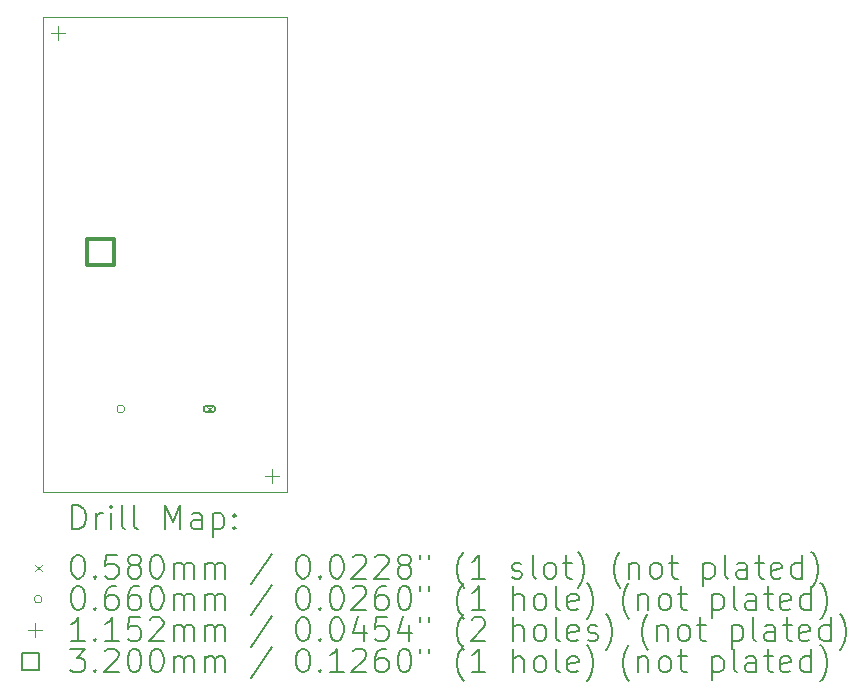
<source format=gbr>
%TF.GenerationSoftware,KiCad,Pcbnew,(6.0.9)*%
%TF.CreationDate,2022-12-23T14:19:24+01:00*%
%TF.ProjectId,Gigaset-Debug-Adapter,47696761-7365-4742-9d44-656275672d41,rev?*%
%TF.SameCoordinates,Original*%
%TF.FileFunction,Drillmap*%
%TF.FilePolarity,Positive*%
%FSLAX45Y45*%
G04 Gerber Fmt 4.5, Leading zero omitted, Abs format (unit mm)*
G04 Created by KiCad (PCBNEW (6.0.9)) date 2022-12-23 14:19:24*
%MOMM*%
%LPD*%
G01*
G04 APERTURE LIST*
%ADD10C,0.100000*%
%ADD11C,0.200000*%
%ADD12C,0.058000*%
%ADD13C,0.066000*%
%ADD14C,0.115200*%
%ADD15C,0.320000*%
G04 APERTURE END LIST*
D10*
X7068000Y-4225000D02*
X9140000Y-4225000D01*
X9140000Y-4225000D02*
X9140000Y-8245000D01*
X9140000Y-8245000D02*
X7068000Y-8245000D01*
X7068000Y-8245000D02*
X7068000Y-4225000D01*
D11*
D12*
X8451000Y-7514966D02*
X8509000Y-7572966D01*
X8509000Y-7514966D02*
X8451000Y-7572966D01*
D11*
X8459000Y-7572966D02*
X8501000Y-7572966D01*
X8459000Y-7514966D02*
X8501000Y-7514966D01*
X8501000Y-7572966D02*
G75*
G03*
X8501000Y-7514966I0J29000D01*
G01*
X8459000Y-7514966D02*
G75*
G03*
X8459000Y-7572966I0J-29000D01*
G01*
D13*
X7763000Y-7543966D02*
G75*
G03*
X7763000Y-7543966I-33000J0D01*
G01*
D14*
X7200000Y-4302400D02*
X7200000Y-4417600D01*
X7142400Y-4360000D02*
X7257600Y-4360000D01*
X9010000Y-8052400D02*
X9010000Y-8167600D01*
X8952400Y-8110000D02*
X9067600Y-8110000D01*
D15*
X7672460Y-6328138D02*
X7672460Y-6101862D01*
X7446183Y-6101862D01*
X7446183Y-6328138D01*
X7672460Y-6328138D01*
D11*
X7320619Y-8560476D02*
X7320619Y-8360476D01*
X7368238Y-8360476D01*
X7396809Y-8370000D01*
X7415857Y-8389048D01*
X7425381Y-8408095D01*
X7434905Y-8446190D01*
X7434905Y-8474762D01*
X7425381Y-8512857D01*
X7415857Y-8531905D01*
X7396809Y-8550952D01*
X7368238Y-8560476D01*
X7320619Y-8560476D01*
X7520619Y-8560476D02*
X7520619Y-8427143D01*
X7520619Y-8465238D02*
X7530143Y-8446190D01*
X7539667Y-8436667D01*
X7558714Y-8427143D01*
X7577762Y-8427143D01*
X7644428Y-8560476D02*
X7644428Y-8427143D01*
X7644428Y-8360476D02*
X7634905Y-8370000D01*
X7644428Y-8379524D01*
X7653952Y-8370000D01*
X7644428Y-8360476D01*
X7644428Y-8379524D01*
X7768238Y-8560476D02*
X7749190Y-8550952D01*
X7739667Y-8531905D01*
X7739667Y-8360476D01*
X7873000Y-8560476D02*
X7853952Y-8550952D01*
X7844428Y-8531905D01*
X7844428Y-8360476D01*
X8101571Y-8560476D02*
X8101571Y-8360476D01*
X8168238Y-8503333D01*
X8234905Y-8360476D01*
X8234905Y-8560476D01*
X8415857Y-8560476D02*
X8415857Y-8455714D01*
X8406333Y-8436667D01*
X8387286Y-8427143D01*
X8349190Y-8427143D01*
X8330143Y-8436667D01*
X8415857Y-8550952D02*
X8396810Y-8560476D01*
X8349190Y-8560476D01*
X8330143Y-8550952D01*
X8320619Y-8531905D01*
X8320619Y-8512857D01*
X8330143Y-8493810D01*
X8349190Y-8484286D01*
X8396810Y-8484286D01*
X8415857Y-8474762D01*
X8511095Y-8427143D02*
X8511095Y-8627143D01*
X8511095Y-8436667D02*
X8530143Y-8427143D01*
X8568238Y-8427143D01*
X8587286Y-8436667D01*
X8596810Y-8446190D01*
X8606333Y-8465238D01*
X8606333Y-8522381D01*
X8596810Y-8541429D01*
X8587286Y-8550952D01*
X8568238Y-8560476D01*
X8530143Y-8560476D01*
X8511095Y-8550952D01*
X8692048Y-8541429D02*
X8701571Y-8550952D01*
X8692048Y-8560476D01*
X8682524Y-8550952D01*
X8692048Y-8541429D01*
X8692048Y-8560476D01*
X8692048Y-8436667D02*
X8701571Y-8446190D01*
X8692048Y-8455714D01*
X8682524Y-8446190D01*
X8692048Y-8436667D01*
X8692048Y-8455714D01*
D12*
X7005000Y-8861000D02*
X7063000Y-8919000D01*
X7063000Y-8861000D02*
X7005000Y-8919000D01*
D11*
X7358714Y-8780476D02*
X7377762Y-8780476D01*
X7396809Y-8790000D01*
X7406333Y-8799524D01*
X7415857Y-8818571D01*
X7425381Y-8856667D01*
X7425381Y-8904286D01*
X7415857Y-8942381D01*
X7406333Y-8961429D01*
X7396809Y-8970952D01*
X7377762Y-8980476D01*
X7358714Y-8980476D01*
X7339667Y-8970952D01*
X7330143Y-8961429D01*
X7320619Y-8942381D01*
X7311095Y-8904286D01*
X7311095Y-8856667D01*
X7320619Y-8818571D01*
X7330143Y-8799524D01*
X7339667Y-8790000D01*
X7358714Y-8780476D01*
X7511095Y-8961429D02*
X7520619Y-8970952D01*
X7511095Y-8980476D01*
X7501571Y-8970952D01*
X7511095Y-8961429D01*
X7511095Y-8980476D01*
X7701571Y-8780476D02*
X7606333Y-8780476D01*
X7596809Y-8875714D01*
X7606333Y-8866190D01*
X7625381Y-8856667D01*
X7673000Y-8856667D01*
X7692048Y-8866190D01*
X7701571Y-8875714D01*
X7711095Y-8894762D01*
X7711095Y-8942381D01*
X7701571Y-8961429D01*
X7692048Y-8970952D01*
X7673000Y-8980476D01*
X7625381Y-8980476D01*
X7606333Y-8970952D01*
X7596809Y-8961429D01*
X7825381Y-8866190D02*
X7806333Y-8856667D01*
X7796809Y-8847143D01*
X7787286Y-8828095D01*
X7787286Y-8818571D01*
X7796809Y-8799524D01*
X7806333Y-8790000D01*
X7825381Y-8780476D01*
X7863476Y-8780476D01*
X7882524Y-8790000D01*
X7892048Y-8799524D01*
X7901571Y-8818571D01*
X7901571Y-8828095D01*
X7892048Y-8847143D01*
X7882524Y-8856667D01*
X7863476Y-8866190D01*
X7825381Y-8866190D01*
X7806333Y-8875714D01*
X7796809Y-8885238D01*
X7787286Y-8904286D01*
X7787286Y-8942381D01*
X7796809Y-8961429D01*
X7806333Y-8970952D01*
X7825381Y-8980476D01*
X7863476Y-8980476D01*
X7882524Y-8970952D01*
X7892048Y-8961429D01*
X7901571Y-8942381D01*
X7901571Y-8904286D01*
X7892048Y-8885238D01*
X7882524Y-8875714D01*
X7863476Y-8866190D01*
X8025381Y-8780476D02*
X8044428Y-8780476D01*
X8063476Y-8790000D01*
X8073000Y-8799524D01*
X8082524Y-8818571D01*
X8092048Y-8856667D01*
X8092048Y-8904286D01*
X8082524Y-8942381D01*
X8073000Y-8961429D01*
X8063476Y-8970952D01*
X8044428Y-8980476D01*
X8025381Y-8980476D01*
X8006333Y-8970952D01*
X7996809Y-8961429D01*
X7987286Y-8942381D01*
X7977762Y-8904286D01*
X7977762Y-8856667D01*
X7987286Y-8818571D01*
X7996809Y-8799524D01*
X8006333Y-8790000D01*
X8025381Y-8780476D01*
X8177762Y-8980476D02*
X8177762Y-8847143D01*
X8177762Y-8866190D02*
X8187286Y-8856667D01*
X8206333Y-8847143D01*
X8234905Y-8847143D01*
X8253952Y-8856667D01*
X8263476Y-8875714D01*
X8263476Y-8980476D01*
X8263476Y-8875714D02*
X8273000Y-8856667D01*
X8292048Y-8847143D01*
X8320619Y-8847143D01*
X8339667Y-8856667D01*
X8349190Y-8875714D01*
X8349190Y-8980476D01*
X8444429Y-8980476D02*
X8444429Y-8847143D01*
X8444429Y-8866190D02*
X8453952Y-8856667D01*
X8473000Y-8847143D01*
X8501571Y-8847143D01*
X8520619Y-8856667D01*
X8530143Y-8875714D01*
X8530143Y-8980476D01*
X8530143Y-8875714D02*
X8539667Y-8856667D01*
X8558714Y-8847143D01*
X8587286Y-8847143D01*
X8606333Y-8856667D01*
X8615857Y-8875714D01*
X8615857Y-8980476D01*
X9006333Y-8770952D02*
X8834905Y-9028095D01*
X9263476Y-8780476D02*
X9282524Y-8780476D01*
X9301571Y-8790000D01*
X9311095Y-8799524D01*
X9320619Y-8818571D01*
X9330143Y-8856667D01*
X9330143Y-8904286D01*
X9320619Y-8942381D01*
X9311095Y-8961429D01*
X9301571Y-8970952D01*
X9282524Y-8980476D01*
X9263476Y-8980476D01*
X9244429Y-8970952D01*
X9234905Y-8961429D01*
X9225381Y-8942381D01*
X9215857Y-8904286D01*
X9215857Y-8856667D01*
X9225381Y-8818571D01*
X9234905Y-8799524D01*
X9244429Y-8790000D01*
X9263476Y-8780476D01*
X9415857Y-8961429D02*
X9425381Y-8970952D01*
X9415857Y-8980476D01*
X9406333Y-8970952D01*
X9415857Y-8961429D01*
X9415857Y-8980476D01*
X9549190Y-8780476D02*
X9568238Y-8780476D01*
X9587286Y-8790000D01*
X9596810Y-8799524D01*
X9606333Y-8818571D01*
X9615857Y-8856667D01*
X9615857Y-8904286D01*
X9606333Y-8942381D01*
X9596810Y-8961429D01*
X9587286Y-8970952D01*
X9568238Y-8980476D01*
X9549190Y-8980476D01*
X9530143Y-8970952D01*
X9520619Y-8961429D01*
X9511095Y-8942381D01*
X9501571Y-8904286D01*
X9501571Y-8856667D01*
X9511095Y-8818571D01*
X9520619Y-8799524D01*
X9530143Y-8790000D01*
X9549190Y-8780476D01*
X9692048Y-8799524D02*
X9701571Y-8790000D01*
X9720619Y-8780476D01*
X9768238Y-8780476D01*
X9787286Y-8790000D01*
X9796810Y-8799524D01*
X9806333Y-8818571D01*
X9806333Y-8837619D01*
X9796810Y-8866190D01*
X9682524Y-8980476D01*
X9806333Y-8980476D01*
X9882524Y-8799524D02*
X9892048Y-8790000D01*
X9911095Y-8780476D01*
X9958714Y-8780476D01*
X9977762Y-8790000D01*
X9987286Y-8799524D01*
X9996810Y-8818571D01*
X9996810Y-8837619D01*
X9987286Y-8866190D01*
X9873000Y-8980476D01*
X9996810Y-8980476D01*
X10111095Y-8866190D02*
X10092048Y-8856667D01*
X10082524Y-8847143D01*
X10073000Y-8828095D01*
X10073000Y-8818571D01*
X10082524Y-8799524D01*
X10092048Y-8790000D01*
X10111095Y-8780476D01*
X10149190Y-8780476D01*
X10168238Y-8790000D01*
X10177762Y-8799524D01*
X10187286Y-8818571D01*
X10187286Y-8828095D01*
X10177762Y-8847143D01*
X10168238Y-8856667D01*
X10149190Y-8866190D01*
X10111095Y-8866190D01*
X10092048Y-8875714D01*
X10082524Y-8885238D01*
X10073000Y-8904286D01*
X10073000Y-8942381D01*
X10082524Y-8961429D01*
X10092048Y-8970952D01*
X10111095Y-8980476D01*
X10149190Y-8980476D01*
X10168238Y-8970952D01*
X10177762Y-8961429D01*
X10187286Y-8942381D01*
X10187286Y-8904286D01*
X10177762Y-8885238D01*
X10168238Y-8875714D01*
X10149190Y-8866190D01*
X10263476Y-8780476D02*
X10263476Y-8818571D01*
X10339667Y-8780476D02*
X10339667Y-8818571D01*
X10634905Y-9056667D02*
X10625381Y-9047143D01*
X10606333Y-9018571D01*
X10596810Y-8999524D01*
X10587286Y-8970952D01*
X10577762Y-8923333D01*
X10577762Y-8885238D01*
X10587286Y-8837619D01*
X10596810Y-8809048D01*
X10606333Y-8790000D01*
X10625381Y-8761429D01*
X10634905Y-8751905D01*
X10815857Y-8980476D02*
X10701571Y-8980476D01*
X10758714Y-8980476D02*
X10758714Y-8780476D01*
X10739667Y-8809048D01*
X10720619Y-8828095D01*
X10701571Y-8837619D01*
X11044429Y-8970952D02*
X11063476Y-8980476D01*
X11101571Y-8980476D01*
X11120619Y-8970952D01*
X11130143Y-8951905D01*
X11130143Y-8942381D01*
X11120619Y-8923333D01*
X11101571Y-8913810D01*
X11073000Y-8913810D01*
X11053952Y-8904286D01*
X11044429Y-8885238D01*
X11044429Y-8875714D01*
X11053952Y-8856667D01*
X11073000Y-8847143D01*
X11101571Y-8847143D01*
X11120619Y-8856667D01*
X11244428Y-8980476D02*
X11225381Y-8970952D01*
X11215857Y-8951905D01*
X11215857Y-8780476D01*
X11349190Y-8980476D02*
X11330143Y-8970952D01*
X11320619Y-8961429D01*
X11311095Y-8942381D01*
X11311095Y-8885238D01*
X11320619Y-8866190D01*
X11330143Y-8856667D01*
X11349190Y-8847143D01*
X11377762Y-8847143D01*
X11396809Y-8856667D01*
X11406333Y-8866190D01*
X11415857Y-8885238D01*
X11415857Y-8942381D01*
X11406333Y-8961429D01*
X11396809Y-8970952D01*
X11377762Y-8980476D01*
X11349190Y-8980476D01*
X11473000Y-8847143D02*
X11549190Y-8847143D01*
X11501571Y-8780476D02*
X11501571Y-8951905D01*
X11511095Y-8970952D01*
X11530143Y-8980476D01*
X11549190Y-8980476D01*
X11596809Y-9056667D02*
X11606333Y-9047143D01*
X11625381Y-9018571D01*
X11634905Y-8999524D01*
X11644428Y-8970952D01*
X11653952Y-8923333D01*
X11653952Y-8885238D01*
X11644428Y-8837619D01*
X11634905Y-8809048D01*
X11625381Y-8790000D01*
X11606333Y-8761429D01*
X11596809Y-8751905D01*
X11958714Y-9056667D02*
X11949190Y-9047143D01*
X11930143Y-9018571D01*
X11920619Y-8999524D01*
X11911095Y-8970952D01*
X11901571Y-8923333D01*
X11901571Y-8885238D01*
X11911095Y-8837619D01*
X11920619Y-8809048D01*
X11930143Y-8790000D01*
X11949190Y-8761429D01*
X11958714Y-8751905D01*
X12034905Y-8847143D02*
X12034905Y-8980476D01*
X12034905Y-8866190D02*
X12044428Y-8856667D01*
X12063476Y-8847143D01*
X12092048Y-8847143D01*
X12111095Y-8856667D01*
X12120619Y-8875714D01*
X12120619Y-8980476D01*
X12244428Y-8980476D02*
X12225381Y-8970952D01*
X12215857Y-8961429D01*
X12206333Y-8942381D01*
X12206333Y-8885238D01*
X12215857Y-8866190D01*
X12225381Y-8856667D01*
X12244428Y-8847143D01*
X12273000Y-8847143D01*
X12292048Y-8856667D01*
X12301571Y-8866190D01*
X12311095Y-8885238D01*
X12311095Y-8942381D01*
X12301571Y-8961429D01*
X12292048Y-8970952D01*
X12273000Y-8980476D01*
X12244428Y-8980476D01*
X12368238Y-8847143D02*
X12444428Y-8847143D01*
X12396809Y-8780476D02*
X12396809Y-8951905D01*
X12406333Y-8970952D01*
X12425381Y-8980476D01*
X12444428Y-8980476D01*
X12663476Y-8847143D02*
X12663476Y-9047143D01*
X12663476Y-8856667D02*
X12682524Y-8847143D01*
X12720619Y-8847143D01*
X12739667Y-8856667D01*
X12749190Y-8866190D01*
X12758714Y-8885238D01*
X12758714Y-8942381D01*
X12749190Y-8961429D01*
X12739667Y-8970952D01*
X12720619Y-8980476D01*
X12682524Y-8980476D01*
X12663476Y-8970952D01*
X12873000Y-8980476D02*
X12853952Y-8970952D01*
X12844428Y-8951905D01*
X12844428Y-8780476D01*
X13034905Y-8980476D02*
X13034905Y-8875714D01*
X13025381Y-8856667D01*
X13006333Y-8847143D01*
X12968238Y-8847143D01*
X12949190Y-8856667D01*
X13034905Y-8970952D02*
X13015857Y-8980476D01*
X12968238Y-8980476D01*
X12949190Y-8970952D01*
X12939667Y-8951905D01*
X12939667Y-8932857D01*
X12949190Y-8913810D01*
X12968238Y-8904286D01*
X13015857Y-8904286D01*
X13034905Y-8894762D01*
X13101571Y-8847143D02*
X13177762Y-8847143D01*
X13130143Y-8780476D02*
X13130143Y-8951905D01*
X13139667Y-8970952D01*
X13158714Y-8980476D01*
X13177762Y-8980476D01*
X13320619Y-8970952D02*
X13301571Y-8980476D01*
X13263476Y-8980476D01*
X13244428Y-8970952D01*
X13234905Y-8951905D01*
X13234905Y-8875714D01*
X13244428Y-8856667D01*
X13263476Y-8847143D01*
X13301571Y-8847143D01*
X13320619Y-8856667D01*
X13330143Y-8875714D01*
X13330143Y-8894762D01*
X13234905Y-8913810D01*
X13501571Y-8980476D02*
X13501571Y-8780476D01*
X13501571Y-8970952D02*
X13482524Y-8980476D01*
X13444428Y-8980476D01*
X13425381Y-8970952D01*
X13415857Y-8961429D01*
X13406333Y-8942381D01*
X13406333Y-8885238D01*
X13415857Y-8866190D01*
X13425381Y-8856667D01*
X13444428Y-8847143D01*
X13482524Y-8847143D01*
X13501571Y-8856667D01*
X13577762Y-9056667D02*
X13587286Y-9047143D01*
X13606333Y-9018571D01*
X13615857Y-8999524D01*
X13625381Y-8970952D01*
X13634905Y-8923333D01*
X13634905Y-8885238D01*
X13625381Y-8837619D01*
X13615857Y-8809048D01*
X13606333Y-8790000D01*
X13587286Y-8761429D01*
X13577762Y-8751905D01*
D13*
X7063000Y-9154000D02*
G75*
G03*
X7063000Y-9154000I-33000J0D01*
G01*
D11*
X7358714Y-9044476D02*
X7377762Y-9044476D01*
X7396809Y-9054000D01*
X7406333Y-9063524D01*
X7415857Y-9082571D01*
X7425381Y-9120667D01*
X7425381Y-9168286D01*
X7415857Y-9206381D01*
X7406333Y-9225429D01*
X7396809Y-9234952D01*
X7377762Y-9244476D01*
X7358714Y-9244476D01*
X7339667Y-9234952D01*
X7330143Y-9225429D01*
X7320619Y-9206381D01*
X7311095Y-9168286D01*
X7311095Y-9120667D01*
X7320619Y-9082571D01*
X7330143Y-9063524D01*
X7339667Y-9054000D01*
X7358714Y-9044476D01*
X7511095Y-9225429D02*
X7520619Y-9234952D01*
X7511095Y-9244476D01*
X7501571Y-9234952D01*
X7511095Y-9225429D01*
X7511095Y-9244476D01*
X7692048Y-9044476D02*
X7653952Y-9044476D01*
X7634905Y-9054000D01*
X7625381Y-9063524D01*
X7606333Y-9092095D01*
X7596809Y-9130190D01*
X7596809Y-9206381D01*
X7606333Y-9225429D01*
X7615857Y-9234952D01*
X7634905Y-9244476D01*
X7673000Y-9244476D01*
X7692048Y-9234952D01*
X7701571Y-9225429D01*
X7711095Y-9206381D01*
X7711095Y-9158762D01*
X7701571Y-9139714D01*
X7692048Y-9130190D01*
X7673000Y-9120667D01*
X7634905Y-9120667D01*
X7615857Y-9130190D01*
X7606333Y-9139714D01*
X7596809Y-9158762D01*
X7882524Y-9044476D02*
X7844428Y-9044476D01*
X7825381Y-9054000D01*
X7815857Y-9063524D01*
X7796809Y-9092095D01*
X7787286Y-9130190D01*
X7787286Y-9206381D01*
X7796809Y-9225429D01*
X7806333Y-9234952D01*
X7825381Y-9244476D01*
X7863476Y-9244476D01*
X7882524Y-9234952D01*
X7892048Y-9225429D01*
X7901571Y-9206381D01*
X7901571Y-9158762D01*
X7892048Y-9139714D01*
X7882524Y-9130190D01*
X7863476Y-9120667D01*
X7825381Y-9120667D01*
X7806333Y-9130190D01*
X7796809Y-9139714D01*
X7787286Y-9158762D01*
X8025381Y-9044476D02*
X8044428Y-9044476D01*
X8063476Y-9054000D01*
X8073000Y-9063524D01*
X8082524Y-9082571D01*
X8092048Y-9120667D01*
X8092048Y-9168286D01*
X8082524Y-9206381D01*
X8073000Y-9225429D01*
X8063476Y-9234952D01*
X8044428Y-9244476D01*
X8025381Y-9244476D01*
X8006333Y-9234952D01*
X7996809Y-9225429D01*
X7987286Y-9206381D01*
X7977762Y-9168286D01*
X7977762Y-9120667D01*
X7987286Y-9082571D01*
X7996809Y-9063524D01*
X8006333Y-9054000D01*
X8025381Y-9044476D01*
X8177762Y-9244476D02*
X8177762Y-9111143D01*
X8177762Y-9130190D02*
X8187286Y-9120667D01*
X8206333Y-9111143D01*
X8234905Y-9111143D01*
X8253952Y-9120667D01*
X8263476Y-9139714D01*
X8263476Y-9244476D01*
X8263476Y-9139714D02*
X8273000Y-9120667D01*
X8292048Y-9111143D01*
X8320619Y-9111143D01*
X8339667Y-9120667D01*
X8349190Y-9139714D01*
X8349190Y-9244476D01*
X8444429Y-9244476D02*
X8444429Y-9111143D01*
X8444429Y-9130190D02*
X8453952Y-9120667D01*
X8473000Y-9111143D01*
X8501571Y-9111143D01*
X8520619Y-9120667D01*
X8530143Y-9139714D01*
X8530143Y-9244476D01*
X8530143Y-9139714D02*
X8539667Y-9120667D01*
X8558714Y-9111143D01*
X8587286Y-9111143D01*
X8606333Y-9120667D01*
X8615857Y-9139714D01*
X8615857Y-9244476D01*
X9006333Y-9034952D02*
X8834905Y-9292095D01*
X9263476Y-9044476D02*
X9282524Y-9044476D01*
X9301571Y-9054000D01*
X9311095Y-9063524D01*
X9320619Y-9082571D01*
X9330143Y-9120667D01*
X9330143Y-9168286D01*
X9320619Y-9206381D01*
X9311095Y-9225429D01*
X9301571Y-9234952D01*
X9282524Y-9244476D01*
X9263476Y-9244476D01*
X9244429Y-9234952D01*
X9234905Y-9225429D01*
X9225381Y-9206381D01*
X9215857Y-9168286D01*
X9215857Y-9120667D01*
X9225381Y-9082571D01*
X9234905Y-9063524D01*
X9244429Y-9054000D01*
X9263476Y-9044476D01*
X9415857Y-9225429D02*
X9425381Y-9234952D01*
X9415857Y-9244476D01*
X9406333Y-9234952D01*
X9415857Y-9225429D01*
X9415857Y-9244476D01*
X9549190Y-9044476D02*
X9568238Y-9044476D01*
X9587286Y-9054000D01*
X9596810Y-9063524D01*
X9606333Y-9082571D01*
X9615857Y-9120667D01*
X9615857Y-9168286D01*
X9606333Y-9206381D01*
X9596810Y-9225429D01*
X9587286Y-9234952D01*
X9568238Y-9244476D01*
X9549190Y-9244476D01*
X9530143Y-9234952D01*
X9520619Y-9225429D01*
X9511095Y-9206381D01*
X9501571Y-9168286D01*
X9501571Y-9120667D01*
X9511095Y-9082571D01*
X9520619Y-9063524D01*
X9530143Y-9054000D01*
X9549190Y-9044476D01*
X9692048Y-9063524D02*
X9701571Y-9054000D01*
X9720619Y-9044476D01*
X9768238Y-9044476D01*
X9787286Y-9054000D01*
X9796810Y-9063524D01*
X9806333Y-9082571D01*
X9806333Y-9101619D01*
X9796810Y-9130190D01*
X9682524Y-9244476D01*
X9806333Y-9244476D01*
X9977762Y-9044476D02*
X9939667Y-9044476D01*
X9920619Y-9054000D01*
X9911095Y-9063524D01*
X9892048Y-9092095D01*
X9882524Y-9130190D01*
X9882524Y-9206381D01*
X9892048Y-9225429D01*
X9901571Y-9234952D01*
X9920619Y-9244476D01*
X9958714Y-9244476D01*
X9977762Y-9234952D01*
X9987286Y-9225429D01*
X9996810Y-9206381D01*
X9996810Y-9158762D01*
X9987286Y-9139714D01*
X9977762Y-9130190D01*
X9958714Y-9120667D01*
X9920619Y-9120667D01*
X9901571Y-9130190D01*
X9892048Y-9139714D01*
X9882524Y-9158762D01*
X10120619Y-9044476D02*
X10139667Y-9044476D01*
X10158714Y-9054000D01*
X10168238Y-9063524D01*
X10177762Y-9082571D01*
X10187286Y-9120667D01*
X10187286Y-9168286D01*
X10177762Y-9206381D01*
X10168238Y-9225429D01*
X10158714Y-9234952D01*
X10139667Y-9244476D01*
X10120619Y-9244476D01*
X10101571Y-9234952D01*
X10092048Y-9225429D01*
X10082524Y-9206381D01*
X10073000Y-9168286D01*
X10073000Y-9120667D01*
X10082524Y-9082571D01*
X10092048Y-9063524D01*
X10101571Y-9054000D01*
X10120619Y-9044476D01*
X10263476Y-9044476D02*
X10263476Y-9082571D01*
X10339667Y-9044476D02*
X10339667Y-9082571D01*
X10634905Y-9320667D02*
X10625381Y-9311143D01*
X10606333Y-9282571D01*
X10596810Y-9263524D01*
X10587286Y-9234952D01*
X10577762Y-9187333D01*
X10577762Y-9149238D01*
X10587286Y-9101619D01*
X10596810Y-9073048D01*
X10606333Y-9054000D01*
X10625381Y-9025429D01*
X10634905Y-9015905D01*
X10815857Y-9244476D02*
X10701571Y-9244476D01*
X10758714Y-9244476D02*
X10758714Y-9044476D01*
X10739667Y-9073048D01*
X10720619Y-9092095D01*
X10701571Y-9101619D01*
X11053952Y-9244476D02*
X11053952Y-9044476D01*
X11139667Y-9244476D02*
X11139667Y-9139714D01*
X11130143Y-9120667D01*
X11111095Y-9111143D01*
X11082524Y-9111143D01*
X11063476Y-9120667D01*
X11053952Y-9130190D01*
X11263476Y-9244476D02*
X11244428Y-9234952D01*
X11234905Y-9225429D01*
X11225381Y-9206381D01*
X11225381Y-9149238D01*
X11234905Y-9130190D01*
X11244428Y-9120667D01*
X11263476Y-9111143D01*
X11292048Y-9111143D01*
X11311095Y-9120667D01*
X11320619Y-9130190D01*
X11330143Y-9149238D01*
X11330143Y-9206381D01*
X11320619Y-9225429D01*
X11311095Y-9234952D01*
X11292048Y-9244476D01*
X11263476Y-9244476D01*
X11444428Y-9244476D02*
X11425381Y-9234952D01*
X11415857Y-9215905D01*
X11415857Y-9044476D01*
X11596809Y-9234952D02*
X11577762Y-9244476D01*
X11539667Y-9244476D01*
X11520619Y-9234952D01*
X11511095Y-9215905D01*
X11511095Y-9139714D01*
X11520619Y-9120667D01*
X11539667Y-9111143D01*
X11577762Y-9111143D01*
X11596809Y-9120667D01*
X11606333Y-9139714D01*
X11606333Y-9158762D01*
X11511095Y-9177810D01*
X11673000Y-9320667D02*
X11682524Y-9311143D01*
X11701571Y-9282571D01*
X11711095Y-9263524D01*
X11720619Y-9234952D01*
X11730143Y-9187333D01*
X11730143Y-9149238D01*
X11720619Y-9101619D01*
X11711095Y-9073048D01*
X11701571Y-9054000D01*
X11682524Y-9025429D01*
X11673000Y-9015905D01*
X12034905Y-9320667D02*
X12025381Y-9311143D01*
X12006333Y-9282571D01*
X11996809Y-9263524D01*
X11987286Y-9234952D01*
X11977762Y-9187333D01*
X11977762Y-9149238D01*
X11987286Y-9101619D01*
X11996809Y-9073048D01*
X12006333Y-9054000D01*
X12025381Y-9025429D01*
X12034905Y-9015905D01*
X12111095Y-9111143D02*
X12111095Y-9244476D01*
X12111095Y-9130190D02*
X12120619Y-9120667D01*
X12139667Y-9111143D01*
X12168238Y-9111143D01*
X12187286Y-9120667D01*
X12196809Y-9139714D01*
X12196809Y-9244476D01*
X12320619Y-9244476D02*
X12301571Y-9234952D01*
X12292048Y-9225429D01*
X12282524Y-9206381D01*
X12282524Y-9149238D01*
X12292048Y-9130190D01*
X12301571Y-9120667D01*
X12320619Y-9111143D01*
X12349190Y-9111143D01*
X12368238Y-9120667D01*
X12377762Y-9130190D01*
X12387286Y-9149238D01*
X12387286Y-9206381D01*
X12377762Y-9225429D01*
X12368238Y-9234952D01*
X12349190Y-9244476D01*
X12320619Y-9244476D01*
X12444428Y-9111143D02*
X12520619Y-9111143D01*
X12473000Y-9044476D02*
X12473000Y-9215905D01*
X12482524Y-9234952D01*
X12501571Y-9244476D01*
X12520619Y-9244476D01*
X12739667Y-9111143D02*
X12739667Y-9311143D01*
X12739667Y-9120667D02*
X12758714Y-9111143D01*
X12796809Y-9111143D01*
X12815857Y-9120667D01*
X12825381Y-9130190D01*
X12834905Y-9149238D01*
X12834905Y-9206381D01*
X12825381Y-9225429D01*
X12815857Y-9234952D01*
X12796809Y-9244476D01*
X12758714Y-9244476D01*
X12739667Y-9234952D01*
X12949190Y-9244476D02*
X12930143Y-9234952D01*
X12920619Y-9215905D01*
X12920619Y-9044476D01*
X13111095Y-9244476D02*
X13111095Y-9139714D01*
X13101571Y-9120667D01*
X13082524Y-9111143D01*
X13044428Y-9111143D01*
X13025381Y-9120667D01*
X13111095Y-9234952D02*
X13092048Y-9244476D01*
X13044428Y-9244476D01*
X13025381Y-9234952D01*
X13015857Y-9215905D01*
X13015857Y-9196857D01*
X13025381Y-9177810D01*
X13044428Y-9168286D01*
X13092048Y-9168286D01*
X13111095Y-9158762D01*
X13177762Y-9111143D02*
X13253952Y-9111143D01*
X13206333Y-9044476D02*
X13206333Y-9215905D01*
X13215857Y-9234952D01*
X13234905Y-9244476D01*
X13253952Y-9244476D01*
X13396809Y-9234952D02*
X13377762Y-9244476D01*
X13339667Y-9244476D01*
X13320619Y-9234952D01*
X13311095Y-9215905D01*
X13311095Y-9139714D01*
X13320619Y-9120667D01*
X13339667Y-9111143D01*
X13377762Y-9111143D01*
X13396809Y-9120667D01*
X13406333Y-9139714D01*
X13406333Y-9158762D01*
X13311095Y-9177810D01*
X13577762Y-9244476D02*
X13577762Y-9044476D01*
X13577762Y-9234952D02*
X13558714Y-9244476D01*
X13520619Y-9244476D01*
X13501571Y-9234952D01*
X13492048Y-9225429D01*
X13482524Y-9206381D01*
X13482524Y-9149238D01*
X13492048Y-9130190D01*
X13501571Y-9120667D01*
X13520619Y-9111143D01*
X13558714Y-9111143D01*
X13577762Y-9120667D01*
X13653952Y-9320667D02*
X13663476Y-9311143D01*
X13682524Y-9282571D01*
X13692048Y-9263524D01*
X13701571Y-9234952D01*
X13711095Y-9187333D01*
X13711095Y-9149238D01*
X13701571Y-9101619D01*
X13692048Y-9073048D01*
X13682524Y-9054000D01*
X13663476Y-9025429D01*
X13653952Y-9015905D01*
D14*
X7005400Y-9360400D02*
X7005400Y-9475600D01*
X6947800Y-9418000D02*
X7063000Y-9418000D01*
D11*
X7425381Y-9508476D02*
X7311095Y-9508476D01*
X7368238Y-9508476D02*
X7368238Y-9308476D01*
X7349190Y-9337048D01*
X7330143Y-9356095D01*
X7311095Y-9365619D01*
X7511095Y-9489429D02*
X7520619Y-9498952D01*
X7511095Y-9508476D01*
X7501571Y-9498952D01*
X7511095Y-9489429D01*
X7511095Y-9508476D01*
X7711095Y-9508476D02*
X7596809Y-9508476D01*
X7653952Y-9508476D02*
X7653952Y-9308476D01*
X7634905Y-9337048D01*
X7615857Y-9356095D01*
X7596809Y-9365619D01*
X7892048Y-9308476D02*
X7796809Y-9308476D01*
X7787286Y-9403714D01*
X7796809Y-9394190D01*
X7815857Y-9384667D01*
X7863476Y-9384667D01*
X7882524Y-9394190D01*
X7892048Y-9403714D01*
X7901571Y-9422762D01*
X7901571Y-9470381D01*
X7892048Y-9489429D01*
X7882524Y-9498952D01*
X7863476Y-9508476D01*
X7815857Y-9508476D01*
X7796809Y-9498952D01*
X7787286Y-9489429D01*
X7977762Y-9327524D02*
X7987286Y-9318000D01*
X8006333Y-9308476D01*
X8053952Y-9308476D01*
X8073000Y-9318000D01*
X8082524Y-9327524D01*
X8092048Y-9346571D01*
X8092048Y-9365619D01*
X8082524Y-9394190D01*
X7968238Y-9508476D01*
X8092048Y-9508476D01*
X8177762Y-9508476D02*
X8177762Y-9375143D01*
X8177762Y-9394190D02*
X8187286Y-9384667D01*
X8206333Y-9375143D01*
X8234905Y-9375143D01*
X8253952Y-9384667D01*
X8263476Y-9403714D01*
X8263476Y-9508476D01*
X8263476Y-9403714D02*
X8273000Y-9384667D01*
X8292048Y-9375143D01*
X8320619Y-9375143D01*
X8339667Y-9384667D01*
X8349190Y-9403714D01*
X8349190Y-9508476D01*
X8444429Y-9508476D02*
X8444429Y-9375143D01*
X8444429Y-9394190D02*
X8453952Y-9384667D01*
X8473000Y-9375143D01*
X8501571Y-9375143D01*
X8520619Y-9384667D01*
X8530143Y-9403714D01*
X8530143Y-9508476D01*
X8530143Y-9403714D02*
X8539667Y-9384667D01*
X8558714Y-9375143D01*
X8587286Y-9375143D01*
X8606333Y-9384667D01*
X8615857Y-9403714D01*
X8615857Y-9508476D01*
X9006333Y-9298952D02*
X8834905Y-9556095D01*
X9263476Y-9308476D02*
X9282524Y-9308476D01*
X9301571Y-9318000D01*
X9311095Y-9327524D01*
X9320619Y-9346571D01*
X9330143Y-9384667D01*
X9330143Y-9432286D01*
X9320619Y-9470381D01*
X9311095Y-9489429D01*
X9301571Y-9498952D01*
X9282524Y-9508476D01*
X9263476Y-9508476D01*
X9244429Y-9498952D01*
X9234905Y-9489429D01*
X9225381Y-9470381D01*
X9215857Y-9432286D01*
X9215857Y-9384667D01*
X9225381Y-9346571D01*
X9234905Y-9327524D01*
X9244429Y-9318000D01*
X9263476Y-9308476D01*
X9415857Y-9489429D02*
X9425381Y-9498952D01*
X9415857Y-9508476D01*
X9406333Y-9498952D01*
X9415857Y-9489429D01*
X9415857Y-9508476D01*
X9549190Y-9308476D02*
X9568238Y-9308476D01*
X9587286Y-9318000D01*
X9596810Y-9327524D01*
X9606333Y-9346571D01*
X9615857Y-9384667D01*
X9615857Y-9432286D01*
X9606333Y-9470381D01*
X9596810Y-9489429D01*
X9587286Y-9498952D01*
X9568238Y-9508476D01*
X9549190Y-9508476D01*
X9530143Y-9498952D01*
X9520619Y-9489429D01*
X9511095Y-9470381D01*
X9501571Y-9432286D01*
X9501571Y-9384667D01*
X9511095Y-9346571D01*
X9520619Y-9327524D01*
X9530143Y-9318000D01*
X9549190Y-9308476D01*
X9787286Y-9375143D02*
X9787286Y-9508476D01*
X9739667Y-9298952D02*
X9692048Y-9441810D01*
X9815857Y-9441810D01*
X9987286Y-9308476D02*
X9892048Y-9308476D01*
X9882524Y-9403714D01*
X9892048Y-9394190D01*
X9911095Y-9384667D01*
X9958714Y-9384667D01*
X9977762Y-9394190D01*
X9987286Y-9403714D01*
X9996810Y-9422762D01*
X9996810Y-9470381D01*
X9987286Y-9489429D01*
X9977762Y-9498952D01*
X9958714Y-9508476D01*
X9911095Y-9508476D01*
X9892048Y-9498952D01*
X9882524Y-9489429D01*
X10168238Y-9375143D02*
X10168238Y-9508476D01*
X10120619Y-9298952D02*
X10073000Y-9441810D01*
X10196810Y-9441810D01*
X10263476Y-9308476D02*
X10263476Y-9346571D01*
X10339667Y-9308476D02*
X10339667Y-9346571D01*
X10634905Y-9584667D02*
X10625381Y-9575143D01*
X10606333Y-9546571D01*
X10596810Y-9527524D01*
X10587286Y-9498952D01*
X10577762Y-9451333D01*
X10577762Y-9413238D01*
X10587286Y-9365619D01*
X10596810Y-9337048D01*
X10606333Y-9318000D01*
X10625381Y-9289429D01*
X10634905Y-9279905D01*
X10701571Y-9327524D02*
X10711095Y-9318000D01*
X10730143Y-9308476D01*
X10777762Y-9308476D01*
X10796810Y-9318000D01*
X10806333Y-9327524D01*
X10815857Y-9346571D01*
X10815857Y-9365619D01*
X10806333Y-9394190D01*
X10692048Y-9508476D01*
X10815857Y-9508476D01*
X11053952Y-9508476D02*
X11053952Y-9308476D01*
X11139667Y-9508476D02*
X11139667Y-9403714D01*
X11130143Y-9384667D01*
X11111095Y-9375143D01*
X11082524Y-9375143D01*
X11063476Y-9384667D01*
X11053952Y-9394190D01*
X11263476Y-9508476D02*
X11244428Y-9498952D01*
X11234905Y-9489429D01*
X11225381Y-9470381D01*
X11225381Y-9413238D01*
X11234905Y-9394190D01*
X11244428Y-9384667D01*
X11263476Y-9375143D01*
X11292048Y-9375143D01*
X11311095Y-9384667D01*
X11320619Y-9394190D01*
X11330143Y-9413238D01*
X11330143Y-9470381D01*
X11320619Y-9489429D01*
X11311095Y-9498952D01*
X11292048Y-9508476D01*
X11263476Y-9508476D01*
X11444428Y-9508476D02*
X11425381Y-9498952D01*
X11415857Y-9479905D01*
X11415857Y-9308476D01*
X11596809Y-9498952D02*
X11577762Y-9508476D01*
X11539667Y-9508476D01*
X11520619Y-9498952D01*
X11511095Y-9479905D01*
X11511095Y-9403714D01*
X11520619Y-9384667D01*
X11539667Y-9375143D01*
X11577762Y-9375143D01*
X11596809Y-9384667D01*
X11606333Y-9403714D01*
X11606333Y-9422762D01*
X11511095Y-9441810D01*
X11682524Y-9498952D02*
X11701571Y-9508476D01*
X11739667Y-9508476D01*
X11758714Y-9498952D01*
X11768238Y-9479905D01*
X11768238Y-9470381D01*
X11758714Y-9451333D01*
X11739667Y-9441810D01*
X11711095Y-9441810D01*
X11692048Y-9432286D01*
X11682524Y-9413238D01*
X11682524Y-9403714D01*
X11692048Y-9384667D01*
X11711095Y-9375143D01*
X11739667Y-9375143D01*
X11758714Y-9384667D01*
X11834905Y-9584667D02*
X11844428Y-9575143D01*
X11863476Y-9546571D01*
X11873000Y-9527524D01*
X11882524Y-9498952D01*
X11892048Y-9451333D01*
X11892048Y-9413238D01*
X11882524Y-9365619D01*
X11873000Y-9337048D01*
X11863476Y-9318000D01*
X11844428Y-9289429D01*
X11834905Y-9279905D01*
X12196809Y-9584667D02*
X12187286Y-9575143D01*
X12168238Y-9546571D01*
X12158714Y-9527524D01*
X12149190Y-9498952D01*
X12139667Y-9451333D01*
X12139667Y-9413238D01*
X12149190Y-9365619D01*
X12158714Y-9337048D01*
X12168238Y-9318000D01*
X12187286Y-9289429D01*
X12196809Y-9279905D01*
X12273000Y-9375143D02*
X12273000Y-9508476D01*
X12273000Y-9394190D02*
X12282524Y-9384667D01*
X12301571Y-9375143D01*
X12330143Y-9375143D01*
X12349190Y-9384667D01*
X12358714Y-9403714D01*
X12358714Y-9508476D01*
X12482524Y-9508476D02*
X12463476Y-9498952D01*
X12453952Y-9489429D01*
X12444428Y-9470381D01*
X12444428Y-9413238D01*
X12453952Y-9394190D01*
X12463476Y-9384667D01*
X12482524Y-9375143D01*
X12511095Y-9375143D01*
X12530143Y-9384667D01*
X12539667Y-9394190D01*
X12549190Y-9413238D01*
X12549190Y-9470381D01*
X12539667Y-9489429D01*
X12530143Y-9498952D01*
X12511095Y-9508476D01*
X12482524Y-9508476D01*
X12606333Y-9375143D02*
X12682524Y-9375143D01*
X12634905Y-9308476D02*
X12634905Y-9479905D01*
X12644428Y-9498952D01*
X12663476Y-9508476D01*
X12682524Y-9508476D01*
X12901571Y-9375143D02*
X12901571Y-9575143D01*
X12901571Y-9384667D02*
X12920619Y-9375143D01*
X12958714Y-9375143D01*
X12977762Y-9384667D01*
X12987286Y-9394190D01*
X12996809Y-9413238D01*
X12996809Y-9470381D01*
X12987286Y-9489429D01*
X12977762Y-9498952D01*
X12958714Y-9508476D01*
X12920619Y-9508476D01*
X12901571Y-9498952D01*
X13111095Y-9508476D02*
X13092048Y-9498952D01*
X13082524Y-9479905D01*
X13082524Y-9308476D01*
X13273000Y-9508476D02*
X13273000Y-9403714D01*
X13263476Y-9384667D01*
X13244428Y-9375143D01*
X13206333Y-9375143D01*
X13187286Y-9384667D01*
X13273000Y-9498952D02*
X13253952Y-9508476D01*
X13206333Y-9508476D01*
X13187286Y-9498952D01*
X13177762Y-9479905D01*
X13177762Y-9460857D01*
X13187286Y-9441810D01*
X13206333Y-9432286D01*
X13253952Y-9432286D01*
X13273000Y-9422762D01*
X13339667Y-9375143D02*
X13415857Y-9375143D01*
X13368238Y-9308476D02*
X13368238Y-9479905D01*
X13377762Y-9498952D01*
X13396809Y-9508476D01*
X13415857Y-9508476D01*
X13558714Y-9498952D02*
X13539667Y-9508476D01*
X13501571Y-9508476D01*
X13482524Y-9498952D01*
X13473000Y-9479905D01*
X13473000Y-9403714D01*
X13482524Y-9384667D01*
X13501571Y-9375143D01*
X13539667Y-9375143D01*
X13558714Y-9384667D01*
X13568238Y-9403714D01*
X13568238Y-9422762D01*
X13473000Y-9441810D01*
X13739667Y-9508476D02*
X13739667Y-9308476D01*
X13739667Y-9498952D02*
X13720619Y-9508476D01*
X13682524Y-9508476D01*
X13663476Y-9498952D01*
X13653952Y-9489429D01*
X13644428Y-9470381D01*
X13644428Y-9413238D01*
X13653952Y-9394190D01*
X13663476Y-9384667D01*
X13682524Y-9375143D01*
X13720619Y-9375143D01*
X13739667Y-9384667D01*
X13815857Y-9584667D02*
X13825381Y-9575143D01*
X13844428Y-9546571D01*
X13853952Y-9527524D01*
X13863476Y-9498952D01*
X13873000Y-9451333D01*
X13873000Y-9413238D01*
X13863476Y-9365619D01*
X13853952Y-9337048D01*
X13844428Y-9318000D01*
X13825381Y-9289429D01*
X13815857Y-9279905D01*
X7033711Y-9752711D02*
X7033711Y-9611289D01*
X6892289Y-9611289D01*
X6892289Y-9752711D01*
X7033711Y-9752711D01*
X7301571Y-9572476D02*
X7425381Y-9572476D01*
X7358714Y-9648667D01*
X7387286Y-9648667D01*
X7406333Y-9658190D01*
X7415857Y-9667714D01*
X7425381Y-9686762D01*
X7425381Y-9734381D01*
X7415857Y-9753429D01*
X7406333Y-9762952D01*
X7387286Y-9772476D01*
X7330143Y-9772476D01*
X7311095Y-9762952D01*
X7301571Y-9753429D01*
X7511095Y-9753429D02*
X7520619Y-9762952D01*
X7511095Y-9772476D01*
X7501571Y-9762952D01*
X7511095Y-9753429D01*
X7511095Y-9772476D01*
X7596809Y-9591524D02*
X7606333Y-9582000D01*
X7625381Y-9572476D01*
X7673000Y-9572476D01*
X7692048Y-9582000D01*
X7701571Y-9591524D01*
X7711095Y-9610571D01*
X7711095Y-9629619D01*
X7701571Y-9658190D01*
X7587286Y-9772476D01*
X7711095Y-9772476D01*
X7834905Y-9572476D02*
X7853952Y-9572476D01*
X7873000Y-9582000D01*
X7882524Y-9591524D01*
X7892048Y-9610571D01*
X7901571Y-9648667D01*
X7901571Y-9696286D01*
X7892048Y-9734381D01*
X7882524Y-9753429D01*
X7873000Y-9762952D01*
X7853952Y-9772476D01*
X7834905Y-9772476D01*
X7815857Y-9762952D01*
X7806333Y-9753429D01*
X7796809Y-9734381D01*
X7787286Y-9696286D01*
X7787286Y-9648667D01*
X7796809Y-9610571D01*
X7806333Y-9591524D01*
X7815857Y-9582000D01*
X7834905Y-9572476D01*
X8025381Y-9572476D02*
X8044428Y-9572476D01*
X8063476Y-9582000D01*
X8073000Y-9591524D01*
X8082524Y-9610571D01*
X8092048Y-9648667D01*
X8092048Y-9696286D01*
X8082524Y-9734381D01*
X8073000Y-9753429D01*
X8063476Y-9762952D01*
X8044428Y-9772476D01*
X8025381Y-9772476D01*
X8006333Y-9762952D01*
X7996809Y-9753429D01*
X7987286Y-9734381D01*
X7977762Y-9696286D01*
X7977762Y-9648667D01*
X7987286Y-9610571D01*
X7996809Y-9591524D01*
X8006333Y-9582000D01*
X8025381Y-9572476D01*
X8177762Y-9772476D02*
X8177762Y-9639143D01*
X8177762Y-9658190D02*
X8187286Y-9648667D01*
X8206333Y-9639143D01*
X8234905Y-9639143D01*
X8253952Y-9648667D01*
X8263476Y-9667714D01*
X8263476Y-9772476D01*
X8263476Y-9667714D02*
X8273000Y-9648667D01*
X8292048Y-9639143D01*
X8320619Y-9639143D01*
X8339667Y-9648667D01*
X8349190Y-9667714D01*
X8349190Y-9772476D01*
X8444429Y-9772476D02*
X8444429Y-9639143D01*
X8444429Y-9658190D02*
X8453952Y-9648667D01*
X8473000Y-9639143D01*
X8501571Y-9639143D01*
X8520619Y-9648667D01*
X8530143Y-9667714D01*
X8530143Y-9772476D01*
X8530143Y-9667714D02*
X8539667Y-9648667D01*
X8558714Y-9639143D01*
X8587286Y-9639143D01*
X8606333Y-9648667D01*
X8615857Y-9667714D01*
X8615857Y-9772476D01*
X9006333Y-9562952D02*
X8834905Y-9820095D01*
X9263476Y-9572476D02*
X9282524Y-9572476D01*
X9301571Y-9582000D01*
X9311095Y-9591524D01*
X9320619Y-9610571D01*
X9330143Y-9648667D01*
X9330143Y-9696286D01*
X9320619Y-9734381D01*
X9311095Y-9753429D01*
X9301571Y-9762952D01*
X9282524Y-9772476D01*
X9263476Y-9772476D01*
X9244429Y-9762952D01*
X9234905Y-9753429D01*
X9225381Y-9734381D01*
X9215857Y-9696286D01*
X9215857Y-9648667D01*
X9225381Y-9610571D01*
X9234905Y-9591524D01*
X9244429Y-9582000D01*
X9263476Y-9572476D01*
X9415857Y-9753429D02*
X9425381Y-9762952D01*
X9415857Y-9772476D01*
X9406333Y-9762952D01*
X9415857Y-9753429D01*
X9415857Y-9772476D01*
X9615857Y-9772476D02*
X9501571Y-9772476D01*
X9558714Y-9772476D02*
X9558714Y-9572476D01*
X9539667Y-9601048D01*
X9520619Y-9620095D01*
X9501571Y-9629619D01*
X9692048Y-9591524D02*
X9701571Y-9582000D01*
X9720619Y-9572476D01*
X9768238Y-9572476D01*
X9787286Y-9582000D01*
X9796810Y-9591524D01*
X9806333Y-9610571D01*
X9806333Y-9629619D01*
X9796810Y-9658190D01*
X9682524Y-9772476D01*
X9806333Y-9772476D01*
X9977762Y-9572476D02*
X9939667Y-9572476D01*
X9920619Y-9582000D01*
X9911095Y-9591524D01*
X9892048Y-9620095D01*
X9882524Y-9658190D01*
X9882524Y-9734381D01*
X9892048Y-9753429D01*
X9901571Y-9762952D01*
X9920619Y-9772476D01*
X9958714Y-9772476D01*
X9977762Y-9762952D01*
X9987286Y-9753429D01*
X9996810Y-9734381D01*
X9996810Y-9686762D01*
X9987286Y-9667714D01*
X9977762Y-9658190D01*
X9958714Y-9648667D01*
X9920619Y-9648667D01*
X9901571Y-9658190D01*
X9892048Y-9667714D01*
X9882524Y-9686762D01*
X10120619Y-9572476D02*
X10139667Y-9572476D01*
X10158714Y-9582000D01*
X10168238Y-9591524D01*
X10177762Y-9610571D01*
X10187286Y-9648667D01*
X10187286Y-9696286D01*
X10177762Y-9734381D01*
X10168238Y-9753429D01*
X10158714Y-9762952D01*
X10139667Y-9772476D01*
X10120619Y-9772476D01*
X10101571Y-9762952D01*
X10092048Y-9753429D01*
X10082524Y-9734381D01*
X10073000Y-9696286D01*
X10073000Y-9648667D01*
X10082524Y-9610571D01*
X10092048Y-9591524D01*
X10101571Y-9582000D01*
X10120619Y-9572476D01*
X10263476Y-9572476D02*
X10263476Y-9610571D01*
X10339667Y-9572476D02*
X10339667Y-9610571D01*
X10634905Y-9848667D02*
X10625381Y-9839143D01*
X10606333Y-9810571D01*
X10596810Y-9791524D01*
X10587286Y-9762952D01*
X10577762Y-9715333D01*
X10577762Y-9677238D01*
X10587286Y-9629619D01*
X10596810Y-9601048D01*
X10606333Y-9582000D01*
X10625381Y-9553429D01*
X10634905Y-9543905D01*
X10815857Y-9772476D02*
X10701571Y-9772476D01*
X10758714Y-9772476D02*
X10758714Y-9572476D01*
X10739667Y-9601048D01*
X10720619Y-9620095D01*
X10701571Y-9629619D01*
X11053952Y-9772476D02*
X11053952Y-9572476D01*
X11139667Y-9772476D02*
X11139667Y-9667714D01*
X11130143Y-9648667D01*
X11111095Y-9639143D01*
X11082524Y-9639143D01*
X11063476Y-9648667D01*
X11053952Y-9658190D01*
X11263476Y-9772476D02*
X11244428Y-9762952D01*
X11234905Y-9753429D01*
X11225381Y-9734381D01*
X11225381Y-9677238D01*
X11234905Y-9658190D01*
X11244428Y-9648667D01*
X11263476Y-9639143D01*
X11292048Y-9639143D01*
X11311095Y-9648667D01*
X11320619Y-9658190D01*
X11330143Y-9677238D01*
X11330143Y-9734381D01*
X11320619Y-9753429D01*
X11311095Y-9762952D01*
X11292048Y-9772476D01*
X11263476Y-9772476D01*
X11444428Y-9772476D02*
X11425381Y-9762952D01*
X11415857Y-9743905D01*
X11415857Y-9572476D01*
X11596809Y-9762952D02*
X11577762Y-9772476D01*
X11539667Y-9772476D01*
X11520619Y-9762952D01*
X11511095Y-9743905D01*
X11511095Y-9667714D01*
X11520619Y-9648667D01*
X11539667Y-9639143D01*
X11577762Y-9639143D01*
X11596809Y-9648667D01*
X11606333Y-9667714D01*
X11606333Y-9686762D01*
X11511095Y-9705810D01*
X11673000Y-9848667D02*
X11682524Y-9839143D01*
X11701571Y-9810571D01*
X11711095Y-9791524D01*
X11720619Y-9762952D01*
X11730143Y-9715333D01*
X11730143Y-9677238D01*
X11720619Y-9629619D01*
X11711095Y-9601048D01*
X11701571Y-9582000D01*
X11682524Y-9553429D01*
X11673000Y-9543905D01*
X12034905Y-9848667D02*
X12025381Y-9839143D01*
X12006333Y-9810571D01*
X11996809Y-9791524D01*
X11987286Y-9762952D01*
X11977762Y-9715333D01*
X11977762Y-9677238D01*
X11987286Y-9629619D01*
X11996809Y-9601048D01*
X12006333Y-9582000D01*
X12025381Y-9553429D01*
X12034905Y-9543905D01*
X12111095Y-9639143D02*
X12111095Y-9772476D01*
X12111095Y-9658190D02*
X12120619Y-9648667D01*
X12139667Y-9639143D01*
X12168238Y-9639143D01*
X12187286Y-9648667D01*
X12196809Y-9667714D01*
X12196809Y-9772476D01*
X12320619Y-9772476D02*
X12301571Y-9762952D01*
X12292048Y-9753429D01*
X12282524Y-9734381D01*
X12282524Y-9677238D01*
X12292048Y-9658190D01*
X12301571Y-9648667D01*
X12320619Y-9639143D01*
X12349190Y-9639143D01*
X12368238Y-9648667D01*
X12377762Y-9658190D01*
X12387286Y-9677238D01*
X12387286Y-9734381D01*
X12377762Y-9753429D01*
X12368238Y-9762952D01*
X12349190Y-9772476D01*
X12320619Y-9772476D01*
X12444428Y-9639143D02*
X12520619Y-9639143D01*
X12473000Y-9572476D02*
X12473000Y-9743905D01*
X12482524Y-9762952D01*
X12501571Y-9772476D01*
X12520619Y-9772476D01*
X12739667Y-9639143D02*
X12739667Y-9839143D01*
X12739667Y-9648667D02*
X12758714Y-9639143D01*
X12796809Y-9639143D01*
X12815857Y-9648667D01*
X12825381Y-9658190D01*
X12834905Y-9677238D01*
X12834905Y-9734381D01*
X12825381Y-9753429D01*
X12815857Y-9762952D01*
X12796809Y-9772476D01*
X12758714Y-9772476D01*
X12739667Y-9762952D01*
X12949190Y-9772476D02*
X12930143Y-9762952D01*
X12920619Y-9743905D01*
X12920619Y-9572476D01*
X13111095Y-9772476D02*
X13111095Y-9667714D01*
X13101571Y-9648667D01*
X13082524Y-9639143D01*
X13044428Y-9639143D01*
X13025381Y-9648667D01*
X13111095Y-9762952D02*
X13092048Y-9772476D01*
X13044428Y-9772476D01*
X13025381Y-9762952D01*
X13015857Y-9743905D01*
X13015857Y-9724857D01*
X13025381Y-9705810D01*
X13044428Y-9696286D01*
X13092048Y-9696286D01*
X13111095Y-9686762D01*
X13177762Y-9639143D02*
X13253952Y-9639143D01*
X13206333Y-9572476D02*
X13206333Y-9743905D01*
X13215857Y-9762952D01*
X13234905Y-9772476D01*
X13253952Y-9772476D01*
X13396809Y-9762952D02*
X13377762Y-9772476D01*
X13339667Y-9772476D01*
X13320619Y-9762952D01*
X13311095Y-9743905D01*
X13311095Y-9667714D01*
X13320619Y-9648667D01*
X13339667Y-9639143D01*
X13377762Y-9639143D01*
X13396809Y-9648667D01*
X13406333Y-9667714D01*
X13406333Y-9686762D01*
X13311095Y-9705810D01*
X13577762Y-9772476D02*
X13577762Y-9572476D01*
X13577762Y-9762952D02*
X13558714Y-9772476D01*
X13520619Y-9772476D01*
X13501571Y-9762952D01*
X13492048Y-9753429D01*
X13482524Y-9734381D01*
X13482524Y-9677238D01*
X13492048Y-9658190D01*
X13501571Y-9648667D01*
X13520619Y-9639143D01*
X13558714Y-9639143D01*
X13577762Y-9648667D01*
X13653952Y-9848667D02*
X13663476Y-9839143D01*
X13682524Y-9810571D01*
X13692048Y-9791524D01*
X13701571Y-9762952D01*
X13711095Y-9715333D01*
X13711095Y-9677238D01*
X13701571Y-9629619D01*
X13692048Y-9601048D01*
X13682524Y-9582000D01*
X13663476Y-9553429D01*
X13653952Y-9543905D01*
M02*

</source>
